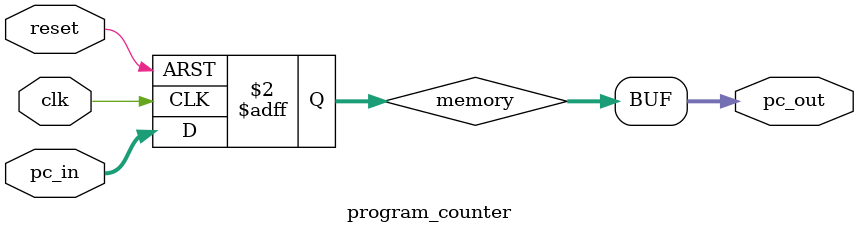
<source format=v>
`default_nettype none

module program_counter (
    clk,
    reset,
    pc_in,
    pc_out
);
    input clk;

    input reset;
    input [31:0] pc_in;
    output [31:0] pc_out;

    reg [31:0] memory;

    always @ (negedge clk or posedge reset) begin
            if (reset)
                memory<=0;
            else 
                memory<=pc_in;
    end

    assign pc_out = memory;

endmodule
</source>
